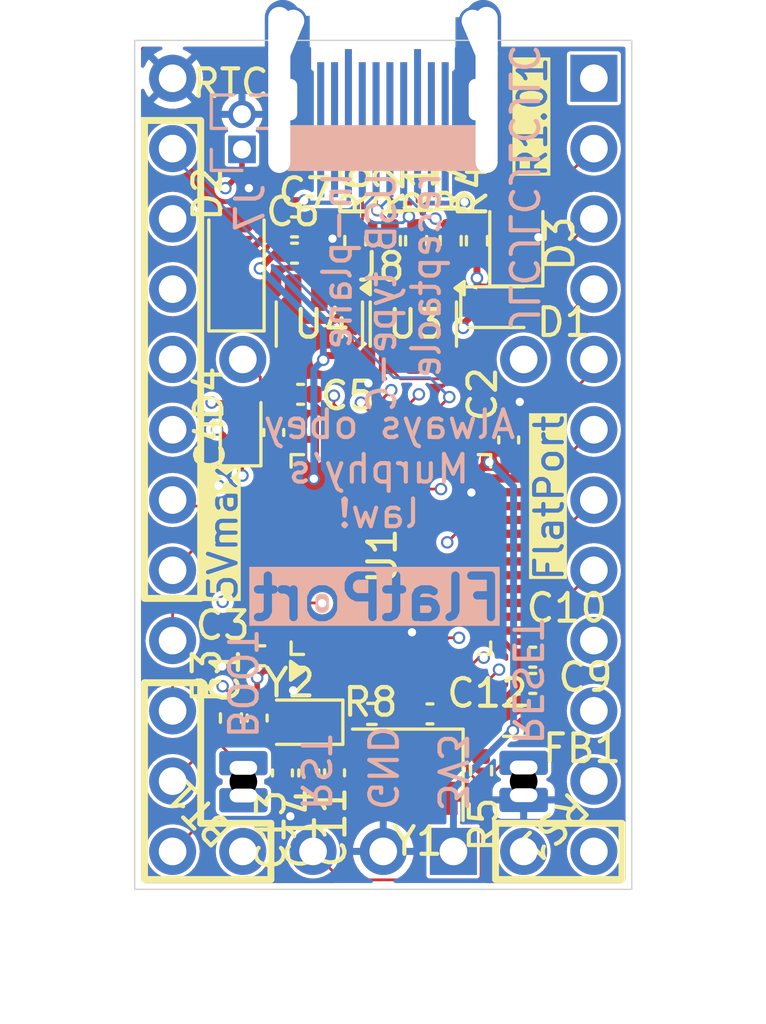
<source format=kicad_pcb>
(kicad_pcb (version 20240108) (generator "pcbnew") (generator_version "8.0")
  (layers (0 "F.Cu" signal) (1 "In1.Cu" power) (2 "In2.Cu" signal) (31 "B.Cu" power) (34 "B.Paste" user) (35 "F.Paste" user) (36 "B.SilkS" user "B.Silkscreen") (37 "F.SilkS" user "F.Silkscreen") (38 "B.Mask" user) (39 "F.Mask" user) (44 "Edge.Cuts" user))
  (net 0 "")
  (net 1 "GND")
  (net 2 "Net-(U4-BYP)")
  (net 3 "Net-(D2-K)")
  (net 4 "RTC_BAT")
  (net 5 "VBUS")
  (net 6 "Net-(D3-A)")
  (net 7 "USB_D+")
  (net 8 "USB_D-")
  (net 9 "Net-(U1-PD0)")
  (net 10 "/24")
  (net 11 "/2")
  (net 12 "/8")
  (net 13 "/1")
  (net 14 "/0")
  (net 15 "/9")
  (net 16 "/4")
  (net 17 "/7")
  (net 18 "/5")
  (net 19 "/6")
  (net 20 "/3")
  (net 21 "/12{slash}A0")
  (net 22 "/~{RESET}")
  (net 23 "/11")
  (net 24 "/10")
  (net 25 "/21{slash}B1")
  (net 26 "/19{slash}A7")
  (net 27 "/17{slash}A5")
  (net 28 "/14{slash}A2")
  (net 29 "/18{slash}A6")
  (net 30 "/16{slash}A4")
  (net 31 "/20{slash}B0")
  (net 32 "/13{slash}A1")
  (net 33 "/15{slash}A3")
  (net 34 "/25")
  (net 35 "Net-(R1-Pad2)")
  (net 36 "Net-(R2-Pad2)")
  (net 37 "/BOOT0")
  (net 38 "Net-(U1-PC13)")
  (net 39 "Net-(U1-PC14)")
  (net 40 "Net-(U1-PB11)")
  (net 43 "Net-(U1-PB12)")
  (net 46 "Net-(U1-PD1)")
  (net 48 "/22")
  (net 49 "/23")
  (net 50 "Net-(J8-CC1)")
  (net 51 "Net-(J8-CC2)")
  (net 52 "3V3")
  (net 53 "Net-(D1-K)")
  (net 54 "Net-(U1-VDDA)")
  (footprint "Capacitor_SMD:C_0402_1005Metric" (layer "F.Cu") (at 89.5 61.25)
    (property "Reference" "C7")
    (property "Value" "10uF")
  )
  (footprint "Crystal:Crystal_SMD_3225-4Pin_3.2x2.5mm" (layer "F.Cu") (at 93.6 81.05 180)
    (property "Reference" "Y1")
    (property "Value" "X32258MSB4SI")
  )
  (footprint "Capacitor_SMD:C_0402_1005Metric" (layer "F.Cu") (at 97.25 68.95 -90)
    (property "Reference" "C2")
    (property "Value" "100nF")
  )
  (footprint "Resistor_SMD:R_0402_1005Metric" (layer "F.Cu") (at 95.15 61.75 90)
    (property "Reference" "R7")
    (property "Value" "5k1")
  )
  (footprint "Capacitor_SMD:C_0402_1005Metric" (layer "F.Cu") (at 98.12 76.8)
    (property "Reference" "C10")
    (property "Value" "100nF")
  )
  (footprint "Diode_SMD:D_0603_1608Metric" (layer "F.Cu") (at 87.55 68.4 90)
    (property "Reference" "D4")
    (property "Value" "SD0603S040S0R2")
  )
  (footprint "Resistor_SMD:R_0402_1005Metric" (layer "F.Cu") (at 91.7 61.75 90)
    (property "Reference" "R6")
    (property "Value" "5k1")
  )
  (footprint "Capacitor_SMD:C_0402_1005Metric" (layer "F.Cu") (at 94.4 78.85)
    (property "Reference" "C12")
    (property "Value" "20pF")
  )
  (footprint "Capacitor_SMD:C_0402_1005Metric" (layer "F.Cu") (at 89.5 62.2)
    (property "Reference" "C6")
    (property "Value" "100nF")
  )
  (footprint "Diode_SMD:D_SOD-123" (layer "F.Cu") (at 87.4 62.65 90)
    (property "Reference" "D2")
    (property "Value" "MBR0520")
  )
  (footprint "Capacitor_SMD:C_0402_1005Metric" (layer "F.Cu") (at 98.12 77.75 180)
    (property "Reference" "C9")
    (property "Value" "10uF")
  )
  (footprint "Package_TO_SOT_SMD:SOT-23-6" (layer "F.Cu") (at 93.799999 64.7625 -90)
    (property "Reference" "U3")
    (property "Value" "USBLC6-2SC6")
  )
  (footprint "Capacitor_SMD:C_0402_1005Metric" (layer "F.Cu") (at 88.15 79 -90)
    (property "Reference" "C1")
    (property "Value" "100nF")
  )
  (footprint "Capacitor_SMD:C_0402_1005Metric" (layer "F.Cu") (at 90.014645 80.984645 90)
    (property "Reference" "C14")
    (property "Value" "10pF")
  )
  (footprint "Diode_SMD:D_0603_1608Metric" (layer "F.Cu") (at 97 64.15)
    (property "Reference" "D1")
    (property "Value" "SD0603S040S0R2")
  )
  (footprint "complex_keys2021:Switch_Hole_1.0mm" (layer "F.Cu") (at 97.79 81.288001 -90)
    (property "Reference" "RS1")
    (property "Value" "RESET")
  )
  (footprint "Resistor_SMD:R_0402_1005Metric" (layer "F.Cu") (at 93.9 61.75 -90)
    (property "Reference" "R1")
    (property "Value" "200")
  )
  (footprint "complex_keys2021:Switch_Hole_1.0mm" (layer "F.Cu") (at 87.65 81.3 90)
    (property "Reference" "BT1")
    (property "Value" "BOOT")
  )
  (footprint "Resistor_SMD:R_0402_1005Metric" (layer "F.Cu") (at 96.1 61.75 -90)
    (property "Reference" "R4")
    (property "Value" "1k")
  )
  (footprint "Package_TO_SOT_SMD:SOT-23-5" (layer "F.Cu") (at 90.399999 64.7625 -90)
    (property "Reference" "U4")
    (property "Value" "LD3985M33R_SOT23")
  )
  (footprint "Capacitor_SMD:C_0402_1005Metric" (layer "F.Cu") (at 89.72 67.3)
    (property "Reference" "C5")
    (property "Value" "10nF")
  )
  (footprint "Capacitor_SMD:C_0402_1005Metric" (layer "F.Cu") (at 90.95 80.98 90)
    (property "Reference" "C11")
    (property "Value" "20pF")
  )
  (footprint "complex_keys2021:TypeC_PCB_cutout" (layer "F.Cu") (at 92.7 57.5 180)
    (property "Reference" "J8")
    (property "Value" "USB_C_Receptacle_USB2.0_14P")
  )
  (footprint "Resistor_SMD:R_0402_1005Metric" (layer "F.Cu") (at 96.25 80.9 90)
    (property "Reference" "R5")
    (property "Value" "10k")
  )
  (footprint "Resistor_SMD:R_0402_1005Metric" (layer "F.Cu") (at 92.95 61.75 -90)
    (property "Reference" "R2")
    (property "Value" "200")
  )
  (footprint "Capacitor_SMD:C_0402_1005Metric" (layer "F.Cu") (at 88.75 68.68 90)
    (property "Reference" "C4")
    (property "Value" "100nF")
  )
  (footprint "Package_QFP:LQFP-48_7x7mm_P0.5mm" (layer "F.Cu") (at 92.9875 73.090124 90)
    (property "Reference" "U1")
    (property "Value" "STM32F103CBTx")
  )
  (footprint "Resistor_SMD:R_0402_1005Metric" (layer "F.Cu") (at 92.3 78.85 180)
    (property "Reference" "R8")
    (property "Value" "1M")
  )
  (footprint "Capacitor_SMD:C_0402_1005Metric" (layer "F.Cu") (at 88.317785 76.75 180)
    (property "Reference" "C3")
    (property "Value" "100nF")
  )
  (footprint "Capacitor_SMD:C_0402_1005Metric" (layer "F.Cu") (at 89.064645 80.984644 90)
    (property "Reference" "C13")
    (property "Value" "10pF")
  )
  (footprint "LED_SMD:LED_0805_2012Metric" (layer "F.Cu") (at 97.525 61.7 90)
    (property "Reference" "D3")
    (property "Value" "HSMA-C170")
  )
  (footprint "Resistor_SMD:R_0402_1005Metric" (layer "F.Cu") (at 87.2 79 90)
    (property "Reference" "R3")
    (property "Value" "10k")
  )
  (footprint "Inductor_SMD:L_0805_2012Metric" (layer "F.Cu") (at 97.4625 79.1 180)
    (property "Reference" "FB1")
    (property "Value" "SZ2012G102TF")
  )
  (footprint "Crystal:Crystal_SMD_2012-2Pin_2.0x1.2mm" (layer "F.Cu") (at 90.05 79.15 180)
    (property "Reference" "Y2")
    (property "Value" "X1A0000610006")
  )
  (footprint "Connector_PinHeader_2.54mm:PinHeader_1x11_P2.54mm_Vertical" (layer "B.Cu") (at 100.33 55.88 180)
    (property "Reference" "J5" (hide yes))
    (property "Value" "Conn_01x11_Pin")
  )
  (footprint "Connector_PinHeader_2.54mm:PinHeader_1x11_P2.54mm_Vertical" (layer "B.Cu") (at 85.09 55.88 180)
    (property "Reference" "J3" (hide yes))
    (property "Value" "Conn_01x11_Pin")
  )
  (footprint "Connector_PinHeader_2.54mm:PinHeader_1x07_P2.54mm_Vertical" (layer "B.Cu") (at 100.329999 83.82 90)
    (property "Reference" "J4" (hide yes))
    (property "Value" "Conn_01x07_Pin")
  )
  (footprint "Connector_PinHeader_2.54mm:PinHeader_1x01_P2.54mm_Vertical" (layer "B.Cu") (at 97.79 66.04 180)
    (property "Reference" "J6" (hide yes))
    (property "Value" "Conn_01x01_Pin")
  )
  (footprint "Connector_PinHeader_1.27mm:PinHeader_1x02_P1.27mm_Vertical" (layer "B.Cu") (at 87.6 58.45)
    (property "Reference" "J7")
    (property "Value" "Conn_01x01_Pin")
  )
  (footprint "Connector_PinHeader_2.54mm:PinHeader_1x01_P2.54mm_Vertical" (layer "B.Cu") (at 87.63 66.04 180)
    (property "Reference" "J2" (hide yes))
    (property "Value" "Conn_01x01_Pin")
  )
  (gr_rect (start 96.774 82.804) (end 101.346 84.836) (stroke (width 0.25)) (fill none) (layer "F.SilkS"))
  (gr_line (start 84.074 77.724) (end 86.106 77.724) (stroke (width 0.25)) (layer "F.SilkS"))
  (gr_line (start 86.106 77.724) (end 86.106 82.804) (stroke (width 0.25)) (layer "F.SilkS"))
  (gr_line (start 88.646 82.804) (end 88.646 84.836) (stroke (width 0.25)) (layer "F.SilkS"))
  (gr_line (start 88.646 84.836) (end 84.074 84.836) (stroke (width 0.25)) (layer "F.SilkS"))
  (gr_line (start 86.106 82.804) (end 88.646 82.804) (stroke (width 0.25)) (layer "F.SilkS"))
  (gr_rect (start 84.074 57.404) (end 86.106 74.676) (stroke (width 0.25)) (fill none) (layer "F.SilkS"))
  (gr_line (start 84.074 84.836) (end 84.074 77.724) (stroke (width 0.25)) (layer "F.SilkS"))
  (gr_rect (start 83.7184 54.5084) (end 101.7016 85.1916) (stroke (width 0.05)) (fill none) (layer "Edge.Cuts"))
  (gr_text "In-plane\nUSB type-C\nreceptacle" (at 94.85 59.2 90) (layer "B.SilkS") (effects (font (size 1 0.95)) (justify left bottom mirror)))
  (gr_text "JLCJLCJLCJLC" (at 97.775 59.8 270) (layer "B.SilkS") (effects (font (size 1 1)) (justify mirror)))
  (gr_text "3V3" (at 94.615 82.423 270) (layer "B.SilkS") (effects (font (size 1 1)) (justify left bottom mirror)))
  (gr_text "RESET\n" (at 97.325 80.05 270) (layer "B.SilkS") (effects (font (size 1 1)) (justify left bottom mirror)))
  (gr_text "RST" (at 89.662 82.423 270) (layer "B.SilkS") (effects (font (size 1 1)) (justify left bottom mirror)))
  (gr_text "Always obey \nMurphy's\nlaw!" (at 92.55 70 0) (layer "B.SilkS") (effects (font (size 1 1)) (justify mirror)))
  (gr_text "GND" (at 92.075 82.423 270) (layer "B.SilkS") (effects (font (size 1 1)) (justify left bottom mirror)))
  (gr_text "FlatPort" (at 92.5 75.55 0) (layer "B.SilkS" knockout) (effects (font (size 1.5 1.5) (thickness 0.3) (bold yes)) (justify bottom mirror)))
  (gr_text "BOOT" (at 87 79.825 270) (layer "B.SilkS") (effects (font (size 1 1)) (justify left bottom mirror)))
  (gr_text "R1.01" (at 98.7 59.55 90) (layer "F.SilkS" knockout) (effects (font (size 1 1)) (justify left bottom)))
  (gr_text "5Vmax" (at 87.5 74.875 90) (layer "F.SilkS" knockout) (effects (font (size 1 1)) (justify left bottom)))
  (gr_text "FlatPort" (at 99.3 71.05 90) (layer "F.SilkS" knockout) (effects (font (size 1 1)) (justify bottom)))
  (gr_text "RTC" (at 85.7 56.65 0) (layer "F.SilkS") (effects (font (size 1 1)) (justify left bottom)))
  (segment (start 90.7375 68.225598) (end 90.7375 68.927624) (width 0.25) (layer "F.Cu") (net 1))
  (segment (start 93.7375 77.252624) (end 93.7375 75.9125) (width 0.25) (layer "F.Cu") (net 1))
  (segment (start 93.7375 77.252624) (end 93.7375 78.0375) (width 0.25) (layer "F.Cu") (net 1))
  (segment (start 90.399999 63.049999) (end 90.399999 63.625) (width 0.25) (layer "F.Cu") (net 1))
  (segment (start 93.95 78.25) (end 93.95 78.82) (width 0.25) (layer "F.Cu") (net 1))
  (segment (start 89.98 62.63) (end 90.399999 63.049999) (width 0.25) (layer "F.Cu") (net 1))
  (segment (start 97.15 70.840124) (end 95.909876 70.840124) (width 0.25) (layer "F.Cu") (net 1))
  (segment (start 93.7375 75.9125) (end 93.75 75.9) (width 0.25) (layer "F.Cu") (net 1))
  (segment (start 95.909876 70.840124) (end 95.9 70.85) (width 0.25) (layer "F.Cu") (net 1))
  (segment (start 89.98 62.2) (end 89.98 62.63) (width 0.25) (layer "F.Cu") (net 1))
  (segment (start 93.7375 78.0375) (end 93.95 78.25) (width 0.25) (layer "F.Cu") (net 1))
  (segment (start 90.2 67.3) (end 90.2 67.688098) (width 0.25) (layer "F.Cu") (net 1))
  (segment (start 90.2 67.688098) (end 90.7375 68.225598) (width 0.25) (layer "F.Cu") (net 1))
  (via (at 86.888278 77.133883) (size 0.45) (drill 0.3) (layers "F.Cu" "B.Cu") (net 1))
  (via (at 90.875 61.675) (size 0.45) (drill 0.3) (layers "F.Cu" "B.Cu") (net 1))
  (via (at 92.175 66.902369) (size 0.45) (drill 0.3) (layers "F.Cu" "B.Cu") (net 1))
  (via (at 95.9 70.85) (size 0.45) (drill 0.3) (layers "F.Cu" "B.Cu") (net 1))
  (via (at 89.45 78) (size 0.45) (drill 0.3) (layers "F.Cu" "B.Cu") (net 1))
  (via (at 97.65 67.575) (size 0.45) (drill 0.3) (layers "F.Cu" "B.Cu") (net 1))
  (via (at 87.85 59.85) (size 0.45) (drill 0.3) (layers "F.Cu" "B.Cu") (net 1))
  (via (at 98.325 61.625) (size 0.45) (drill 0.3) (layers "F.Cu" "B.Cu") (net 1))
  (via (at 93.75 75.9) (size 0.45) (drill 0.3) (layers "F.Cu" "B.Cu") (net 1))
  (via (at 89.35 82.55) (size 0.45) (drill 0.3) (layers "F.Cu" "B.Cu") (net 1))
  (segment (start 89.24 66.11) (end 89.45 65.9) (width 0.2) (layer "F.Cu") (net 2))
  (segment (start 89.24 67.3) (end 89.24 66.11) (width 0.2) (layer "F.Cu") (net 2))
  (segment (start 89.45 63.625) (end 89.45 64.287499) (width 0.25) (layer "F.Cu") (net 3))
  (segment (start 89.2 61.27) (end 88.74 61.27) (width 0.25) (layer "F.Cu") (net 3))
  (segment (start 88.74 61.27) (end 87.4 62.61) (width 0.25) (layer "F.Cu") (net 3))
  (segment (start 89.45 64.287499) (end 89.792501 64.63) (width 0.25) (layer "F.Cu") (net 3))
  (segment (start 87.4 62.61) (end 87.4 64.3) (width 0.25) (layer "F.Cu") (net 3))
  (segment (start 90.94 64.63) (end 91.349998 64.220002) (width 0.25) (layer "F.Cu") (net 3))
  (segment (start 89.792501 64.63) (end 90.94 64.63) (width 0.25) (layer "F.Cu") (net 3))
  (segment (start 87.4 64.3) (end 88.775 64.3) (width 0.25) (layer "F.Cu") (net 3))
  (segment (start 88.775 64.3) (end 89.45 63.625) (width 0.25) (layer "F.Cu") (net 3))
  (segment (start 91.349998 64.220002) (end 91.349998 63.625) (width 0.25) (layer "F.Cu") (net 3))
  (segment (start 86.512499 67.612499) (end 86.5 67.6) (width 0.2) (layer "F.Cu") (net 4))
  (segment (start 87.55 67.612499) (end 86.512499 67.612499) (width 0.2) (layer "F.Cu") (net 4))
  (segment (start 87.6 59.25) (end 87 59.85) (width 0.2) (layer "F.Cu") (net 4))
  (segment (start 87.6 58.45) (end 87.6 59.25) (width 0.2) (layer "F.Cu") (net 4))
  (via (at 87 59.85) (size 0.45) (drill 0.3) (layers "F.Cu" "B.Cu") (net 4))
  (via (at 86.5 67.6) (size 0.45) (drill 0.3) (layers "F.Cu" "B.Cu") (net 4))
  (segment (start 93.96 57.5) (end 93.96 60.325) (width 0.15) (layer "F.Cu") (net 5))
  (segment (start 94.035 60.4) (end 95.6 60.4) (width 0.15) (layer "F.Cu") (net 5))
  (segment (start 91.408 60.377) (end 89.927 60.377) (width 0.15) (layer "F.Cu") (net 5))
  (segment (start 93.96 60.325) (end 94.035 60.4) (width 0.15) (layer "F.Cu") (net 5))
  (segment (start 89.927 60.377) (end 89.85 60.3) (width 0.15) (layer "F.Cu") (net 5))
  (segment (start 91.46 60.325) (end 91.408 60.377) (width 0.15) (layer "F.Cu") (net 5))
  (segment (start 88.142463 60.3) (end 89.85 60.3) (width 0.25) (layer "F.Cu") (net 5))
  (segment (start 95.6 60.4) (end 95.65 60.35) (width 0.15) (layer "F.Cu") (net 5))
  (segment (start 87.442463 61) (end 88.142463 60.3) (width 0.25) (layer "F.Cu") (net 5))
  (segment (start 91.46 57.5) (end 91.46 60.325) (width 0.15) (layer "F.Cu") (net 5))
  (segment (start 87.4 61) (end 87.442463 61) (width 0.25) (layer "F.Cu") (net 5))
  (via (at 95.65 60.35) (size 0.45) (drill 0.3) (layers "F.Cu" "B.Cu") (net 5))
  (via (at 89.85 60.3) (size 0.45) (drill 0.3) (layers "F.Cu" "B.Cu") (net 5))
  (segment (start 93.949999 60.183617) (end 94.143382 60.377) (width 0.15) (layer "B.Cu") (net 5))
  (segment (start 91.46 60.325) (end 91.408 60.377) (width 0.15) (layer "B.Cu") (net 5))
  (segment (start 91.408 60.377) (end 89.927 60.377) (width 0.15) (layer "B.Cu") (net 5))
  (segment (start 89.927 60.377) (end 89.85 60.3) (width 0.15) (layer "B.Cu") (net 5))
  (segment (start 91.46 57.5) (end 91.46 60.325) (width 0.15) (layer "B.Cu") (net 5))
  (segment (start 95.623 60.377) (end 95.65 60.35) (width 0.15) (layer "B.Cu") (net 5))
  (segment (start 94.143382 60.377) (end 95.623 60.377) (width 0.15) (layer "B.Cu") (net 5))
  (segment (start 93.949999 57.5) (end 93.949999 60.183617) (width 0.15) (layer "B.Cu") (net 5))
  (segment (start 97.525 60.762499) (end 96.577501 60.762499) (width 0.25) (layer "F.Cu") (net 6))
  (segment (start 96.577501 60.762499) (end 96.1 61.24) (width 0.25) (layer "F.Cu") (net 6))
  (segment (start 92.95 61.100008) (end 92.499992 60.65) (width 0.1) (layer "F.Cu") (net 7))
  (segment (start 92.46 60.610008) (end 92.499992 60.65) (width 0.1) (layer "F.Cu") (net 7))
  (segment (start 92.46 57.7375) (end 92.46 60.610008) (width 0.1) (layer "F.Cu") (net 7))
  (via (at 92.499992 60.65) (size 0.45) (drill 0.3) (layers "F.Cu" "B.Cu") (net 7))
  (segment (start 92.96 57.7375) (end 92.96 60.189992) (width 0.1) (layer "B.Cu") (net 7))
  (segment (start 92.96 60.189992) (end 92.499992 60.65) (width 0.1) (layer "B.Cu") (net 7))
  (segment (start 92.96 60.195665) (end 93.641073 60.876738) (width 0.1) (layer "F.Cu") (net 8))
  (segment (start 93.9 61.135665) (end 93.641073 60.876738) (width 0.1) (layer "F.Cu") (net 8))
  (segment (start 92.96 57.7375) (end 92.96 60.195665) (width 0.1) (layer "F.Cu") (net 8))
  (via (at 93.641073 60.876738) (size 0.45) (drill 0.3) (layers "F.Cu" "B.Cu") (net 8))
  (segment (start 92.05 60.46) (end 92.05 60.836397) (width 0.1) (layer "B.Cu") (net 8))
  (segment (start 92.05 60.836397) (end 92.313603 61.1) (width 0.1) (layer "B.Cu") (net 8))
  (segment (start 93.417811 61.1) (end 93.641073 60.876738) (width 0.1) (layer "B.Cu") (net 8))
  (segment (start 92.313603 61.1) (end 93.417811 61.1) (width 0.1) (layer "B.Cu") (net 8))
  (segment (start 92.46 60.05) (end 92.05 60.46) (width 0.1) (layer "B.Cu") (net 8))
  (segment (start 91.227 80.223) (end 91.227 79.413001) (width 0.1) (layer "F.Cu") (net 9))
  (segment (start 90.95 80.5) (end 91.227 80.223) (width 0.1) (layer "F.Cu") (net 9))
  (segment (start 91.1 80.5) (end 92.5 81.9) (width 0.1) (layer "F.Cu") (net 9))
  (segment (start 92.2375 77.252624) (end 92.2375 78.302501) (width 0.1) (layer "F.Cu") (net 9))
  (segment (start 91.227 79.413001) (end 91.790001 78.85) (width 0.1) (layer "F.Cu") (net 9))
  (segment (start 92.2375 78.302501) (end 91.790001 78.75) (width 0.1) (layer "F.Cu") (net 9))
  (segment (start 88.825 70.340124) (end 88.263 69.778124) (width 0.1) (layer "F.Cu") (net 10))
  (segment (start 88.263 69.778124) (end 88.263 66.673) (width 0.1) (layer "F.Cu") (net 10))
  (segment (start 88.263 66.673) (end 87.63 66.04) (width 0.1) (layer "F.Cu") (net 10))
  (segment (start 92.7375 67.4125) (end 93 67.15) (width 0.1) (layer "F.Cu") (net 11))
  (segment (start 92.7375 68.927624) (end 92.7375 67.4125) (width 0.1) (layer "F.Cu") (net 11))
  (via (at 93 67.15) (size 0.45) (drill 0.3) (layers "F.Cu" "B.Cu") (net 11))
  (segment (start 85.09 78.74) (end 85.09 77.652398) (width 0.1) (layer "F.Cu") (net 12))
  (segment (start 86.196 74.421577) (end 87.777453 72.840124) (width 0.1) (layer "F.Cu") (net 12))
  (segment (start 87.777453 72.840124) (end 88.825 72.840124) (width 0.1) (layer "F.Cu") (net 12))
  (segment (start 85.09 77.652398) (end 86.196 76.546398) (width 0.1) (layer "F.Cu") (net 12))
  (segment (start 86.196 76.546398) (end 86.196 74.421577) (width 0.1) (layer "F.Cu") (net 12))
  (segment (start 93.2375 68.927624) (end 93.2375 68.0625) (width 0.1) (layer "F.Cu") (net 13))
  (segment (start 93.2375 68.0625) (end 94 67.3) (width 0.1) (layer "F.Cu") (net 13))
  (via (at 94 67.3) (size 0.45) (drill 0.3) (layers "F.Cu" "B.Cu") (net 13))
  (segment (start 93.7375 68.190125) (end 94.002625 67.925) (width 0.1) (layer "F.Cu") (net 14))
  (segment (start 94.575 67.925) (end 95.1 67.4) (width 0.1) (layer "F.Cu") (net 14))
  (segment (start 94.002625 67.925) (end 94.575 67.925) (width 0.1) (layer "F.Cu") (net 14))
  (segment (start 93.7375 68.927624) (end 93.7375 68.190125) (width 0.1) (layer "F.Cu") (net 14))
  (via (at 95.1 67.4) (size 0.45) (drill 0.3) (layers "F.Cu" "B.Cu") (net 14))
  (segment (start 94.4 66.7) (end 95.1 67.4) (width 0.1) (layer "B.Cu") (net 14))
  (segment (start 85.09 58.69) (end 93.1 66.7) (width 0.1) (layer "B.Cu") (net 14))
  (segment (start 85.09 58.42) (end 85.09 58.69) (width 0.1) (layer "B.Cu") (net 14))
  (segment (start 93.1 66.7) (end 94.4 66.7) (width 0.1) (layer "B.Cu") (net 14))
  (segment (start 86.423 76.640424) (end 86.423 74.515603) (width 0.1) (layer "F.Cu") (net 15))
  (segment (start 86.2 80.17) (end 86.2 76.863424) (width 0.1) (layer "F.Cu") (net 15))
  (segment (start 86.423 74.515603) (end 87.598479 73.340124) (width 0.1) (layer "F.Cu") (net 15))
  (segment (start 87.598479 73.340124) (end 88.825 73.340124) (width 0.1) (layer "F.Cu") (net 15))
  (segment (start 86.2 76.863424) (end 86.423 76.640424) (width 0.1) (layer "F.Cu") (net 15))
  (segment (start 85.09 81.28) (end 86.2 80.17) (width 0.1) (layer "F.Cu") (net 15))
  (segment (start 91.5605 68.013124) (end 91.278197 68.013124) (width 0.1) (layer "F.Cu") (net 16))
  (segment (start 90.925 67.659927) (end 90.925 67.350002) (width 0.1) (layer "F.Cu") (net 16))
  (segment (start 91.737501 68.927624) (end 91.737501 68.190125) (width 0.1) (layer "F.Cu") (net 16))
  (segment (start 91.737501 68.190125) (end 91.5605 68.013124) (width 0.1) (layer "F.Cu") (net 16))
  (segment (start 91.278197 68.013124) (end 90.925 67.659927) (width 0.1) (layer "F.Cu") (net 16))
  (via (at 90.925 67.350002) (size 0.45) (drill 0.3) (layers "F.Cu" "B.Cu") (net 16))
  (segment (start 85.09 75.206556) (end 87.956432 72.340124) (width 0.1) (layer "F.Cu") (net 17))
  (segment (start 87.956432 72.340124) (end 88.825 72.340124) (width 0.1) (layer "F.Cu") (net 17))
  (segment (start 85.09 76.2) (end 85.09 75.206556) (width 0.1) (layer "F.Cu") (net 17))
  (segment (start 85.310124 71.340124) (end 88.825 71.340124) (width 0.1) (layer "F.Cu") (net 18))
  (segment (start 85.09 73.66) (end 86.909875 71.840125) (width 0.1) (layer "F.Cu") (net 19))
  (segment (start 86.909875 71.840125) (end 88.825 71.840125) (width 0.1) (layer "F.Cu") (net 19))
  (segment (start 92.2375 67.9375) (end 91.9 67.6) (width 0.1) (layer "F.Cu") (net 20))
  (segment (start 92.2375 68.927624) (end 92.2375 67.9375) (width 0.1) (layer "F.Cu") (net 20))
  (via (at 91.9 67.6) (size 0.45) (drill 0.3) (layers "F.Cu" "B.Cu") (net 20))
  (segment (start 95.075 76.1) (end 95.45 76.1) (width 0.1) (layer "F.Cu") (net 21))
  (segment (start 94.7375 76.4375) (end 95.075 76.1) (width 0.1) (layer "F.Cu") (net 21))
  (segment (start 94.7375 77.252624) (end 94.7375 76.4375) (width 0.1) (layer "F.Cu") (net 21))
  (via (at 95.45 76.1) (size 0.45) (drill 0.3) (layers "F.Cu" "B.Cu") (net 21))
  (segment (start 94.2 79.35) (end 94.423 79.127) (width 0.1) (layer "F.Cu") (net 22))
  (segment (start 93.35 79.15) (end 93.55 79.35) (width 0.1) (layer "F.Cu") (net 22))
  (segment (start 94.423 78.544814) (end 94.604814 78.363) (width 0.1) (layer "F.Cu") (net 22))
  (segment (start 96.25 84.75) (end 96.153 84.847) (width 0.1) (layer "F.Cu") (net 22))
  (segment (start 93.55 79.35) (end 94.2 79.35) (width 0.1) (layer "F.Cu") (net 22))
  (segment (start 96.277 81.436999) (end 96.25 81.463999) (width 0.1) (layer "F.Cu") (net 22))
  (segment (start 94.423 79.127) (end 94.423 78.544814) (width 0.1) (layer "F.Cu") (net 22))
  (segment (start 93.35 78.2625) (end 93.35 79.15) (width 0.1) (layer "F.Cu") (net 22))
  (segment (start 95.75 80.909999) (end 96.25 81.409999) (width 0.1) (layer "F.Cu") (net 22))
  (segment (start 94.604814 78.363) (end 95.155186 78.363) (width 0.1) (layer "F.Cu") (net 22))
  (segment (start 95.75 78.957814) (end 95.75 80.909999) (width 0.1) (layer "F.Cu") (net 22))
  (segment (start 96.25 81.409999) (end 97.171998 80.488001) (width 0.1) (layer "F.Cu") (net 22))
  (segment (start 91.196999 84.847) (end 90.169999 83.82) (width 0.1) (layer "F.Cu") (net 22))
  (segment (start 95.155186 78.363) (end 95.75 78.957814) (width 0.1) (layer "F.Cu") (net 22))
  (segment (start 93.2375 78.15) (end 93.35 78.2625) (width 0.1) (layer "F.Cu") (net 22))
  (segment (start 96.25 81.463999) (end 96.25 84.75) (width 0.1) (layer "F.Cu") (net 22))
  (segment (start 96.153 84.847) (end 91.196999 84.847) (width 0.1) (layer "F.Cu") (net 22))
  (segment (start 93.2375 78.15) (end 93.2375 77.252624) (width 0.1) (layer "F.Cu") (net 22))
  (segment (start 86.65 76.73445) (end 86.65 75.777624) (width 0.1) (layer "F.Cu") (net 23))
  (segment (start 86.427 76.95745) (end 86.65 76.73445) (width 0.1) (layer "F.Cu") (net 23))
  (segment (start 85.089999 83.82) (end 86.427 82.482999) (width 0.1) (layer "F.Cu") (net 23))
  (segment (start 86.65 75.777624) (end 88.087501 74.340123) (width 0.1) (layer "F.Cu") (net 23))
  (segment (start 88.087501 74.340123) (end 88.825 74.340123) (width 0.1) (layer "F.Cu") (net 23))
  (segment (start 86.427 82.482999) (end 86.427 76.95745) (width 0.1) (layer "F.Cu") (net 23))
  (segment (start 88.825 74.840124) (end 90.490124 74.840124) (width 0.1) (layer "F.Cu") (net 24))
  (segment (start 90.490124 74.840124) (end 90.5 74.85) (width 0.1) (layer "F.Cu") (net 24))
  (via (at 90.5 74.85) (size 0.45) (drill 0.3) (layers "F.Cu" "B.Cu") (net 24))
  (segment (start 98.817 66.969922) (end 98.219 67.567922) (width 0.1) (layer "F.Cu") (net 25))
  (segment (start 97.887499 72.840124) (end 97.15 72.840124) (width 0.1) (layer "F.Cu") (net 25))
  (segment (start 98.817 59.933) (end 98.817 66.969922) (width 0.1) (layer "F.Cu") (net 25))
  (segment (start 98.219 72.508623) (end 97.887499 72.840124) (width 0.1) (layer "F.Cu") (net 25))
  (segment (start 98.219 67.567922) (end 98.219 72.508623) (width 0.1) (layer "F.Cu") (net 25))
  (segment (start 100.33 58.42) (end 98.817 59.933) (width 0.1) (layer "F.Cu") (net 25))
  (segment (start 99.273 67.155974) (end 98.673 67.755974) (width 0.1) (layer "F.Cu") (net 26))
  (segment (start 100.33 63.5) (end 99.273 64.557) (width 0.1) (layer "F.Cu") (net 26))
  (segment (start 98.673 72.913923) (end 97.746799 73.840124) (width 0.1) (layer "F.Cu") (net 26))
  (segment (start 98.673 67.755974) (end 98.673 72.913923) (width 0.1) (layer "F.Cu") (net 26))
  (segment (start 99.273 64.557) (end 99.273 67.155974) (width 0.1) (layer "F.Cu") (net 26))
  (segment (start 99.173001 69.736999) (end 99.173001 73.055973) (width 0.1) (layer "F.Cu") (net 27))
  (segment (start 97.887499 74.840124) (end 97.15 74.840124) (width 0.1) (layer "F.Cu") (net 27))
  (segment (start 99.023 73.704623) (end 97.887499 74.840124) (width 0.1) (layer "F.Cu") (net 27))
  (segment (start 99.173001 73.055973) (end 99.023 73.205974) (width 0.1) (layer "F.Cu") (net 27))
  (segment (start 100.33 68.58) (end 99.173001 69.736999) (width 0.1) (layer "F.Cu") (net 27))
  (segment (start 99.023 73.205974) (end 99.023 73.704623) (width 0.1) (layer "F.Cu") (net 27))
  (segment (start 96.169884 76.82024) (end 96.347451 76.82024) (width 0.1) (layer "F.Cu") (net 28))
  (segment (start 95.7375 77.252624) (end 96.169884 76.82024) (width 0.1) (layer "F.Cu") (net 28))
  (via (at 96.347451 76.82024) (size 0.45) (drill 0.3) (layers "F.Cu" "B.Cu") (net 28))
  (segment (start 98.9 73.007948) (end 98.9 67.85) (width 0.1) (layer "F.Cu") (net 29))
  (segment (start 98.796001 73.111947) (end 98.9 73.007948) (width 0.1) (layer "F.Cu") (net 29))
  (segment (start 98.9 67.85) (end 100.33 66.42) (width 0.1) (layer "F.Cu") (net 29))
  (segment (start 98.796001 73.431621) (end 98.796001 73.111947) (width 0.1) (layer "F.Cu") (net 29))
  (segment (start 97.15 74.340123) (end 97.887499 74.340123) (width 0.1) (layer "F.Cu") (net 29))
  (segment (start 97.887499 74.340123) (end 98.796001 73.431621) (width 0.1) (layer "F.Cu") (net 29))
  (segment (start 99.25 73.3) (end 99.25 74) (width 0.1) (layer "F.Cu") (net 30))
  (segment (start 97.909876 75.340124) (end 97.15 75.340124) (width 0.1) (layer "F.Cu") (net 30))
  (segment (start 99.48 73.07) (end 99.25 73.3) (width 0.1) (layer "F.Cu") (net 30))
  (segment (start 99.48 71.97) (end 99.48 73.07) (width 0.1) (layer "F.Cu") (net 30))
  (segment (start 99.25 74) (end 97.909876 75.340124) (width 0.1) (layer "F.Cu") (net 30))
  (segment (start 100.33 71.12) (end 99.48 71.97) (width 0.1) (layer "F.Cu") (net 30))
  (segment (start 97.887499 73.340124) (end 97.15 73.340124) (width 0.1) (layer "F.Cu") (net 31))
  (segment (start 98.446 67.661948) (end 98.446 72.781623) (width 0.1) (layer "F.Cu") (net 31))
  (segment (start 99.046 62.243999) (end 99.046 67.061948) (width 0.1) (layer "F.Cu") (net 31))
  (segment (start 99.046 67.061948) (end 98.446 67.661948) (width 0.1) (layer "F.Cu") (net 31))
  (segment (start 100.33 60.959999) (end 99.046 62.243999) (width 0.1) (layer "F.Cu") (net 31))
  (segment (start 98.446 72.781623) (end 97.887499 73.340124) (width 0.1) (layer "F.Cu") (net 31))
  (segment (start 95.2375 77.252624) (end 95.2375 77.990123) (width 0.1) (layer "F.Cu") (net 32))
  (segment (start 95.982876 78.167124) (end 96.9 77.25) (width 0.1) (layer "F.Cu") (net 32))
  (segment (start 95.414501 78.167124) (end 95.982876 78.167124) (width 0.1) (layer "F.Cu") (net 32))
  (segment (start 95.2375 77.990123) (end 95.414501 78.167124) (width 0.1) (layer "F.Cu") (net 32))
  (via (at 96.9 77.25) (size 0.45) (drill 0.3) (layers "F.Cu" "B.Cu") (net 32))
  (segment (start 98.149877 75.840124) (end 97.15 75.840124) (width 0.1) (layer "F.Cu") (net 33))
  (segment (start 100.33 73.660001) (end 98.149877 75.840124) (width 0.1) (layer "F.Cu") (net 33))
  (segment (start 91.2375 68.927624) (end 91.2375 69.665123) (width 0.1) (layer "F.Cu") (net 34))
  (segment (start 91.2375 69.665123) (end 92.297377 70.725) (width 0.1) (layer "F.Cu") (net 34))
  (segment (start 92.297377 70.725) (end 94.8 70.725) (width 0.1) (layer "F.Cu") (net 34))
  (via (at 94.8 70.725) (size 0.45) (drill 0.3) (layers "F.Cu" "B.Cu") (net 34))
  (segment (start 93.9 62.26) (end 94.749998 63.109998) (width 0.1) (layer "F.Cu") (net 35))
  (segment (start 92.95 62.26) (end 92.95 63.525) (width 0.1) (layer "F.Cu") (net 36))
  (segment (start 87.2 78.49) (end 87.2 78.15) (width 0.1) (layer "F.Cu") (net 37))
  (segment (start 87.861876 73.840124) (end 86.902 74.8) (width 0.1) (layer "F.Cu") (net 37))
  (segment (start 86.7 78.99) (end 86.7 79.850001) (width 0.1) (layer "F.Cu") (net 37))
  (segment (start 88.825 73.840124) (end 87.861876 73.840124) (width 0.1) (layer "F.Cu") (net 37))
  (segment (start 86.7 79.850001) (end 87.349999 80.5) (width 0.1) (layer "F.Cu") (net 37))
  (segment (start 87.2 78.49) (end 86.7 78.99) (width 0.1) (layer "F.Cu") (net 37))
  (segment (start 87.2 78.15) (end 86.9 77.85) (width 0.1) (layer "F.Cu") (net 37))
  (via (at 86.902 74.8) (size 0.45) (drill 0.3) (layers "F.Cu" "B.Cu") (net 37))
  (via (at 86.9 77.85) (size 0.45) (drill 0.3) (layers "F.Cu" "B.Cu") (net 37))
  (segment (start 90.7375 77.990123) (end 89.577623 79.15) (width 0.1) (layer "F.Cu") (net 38))
  (segment (start 89.35 79.15) (end 89.35 80.219289) (width 0.1) (layer "F.Cu") (net 38))
  (segment (start 90.7375 77.252624) (end 90.7375 77.990123) (width 0.1) (layer "F.Cu") (net 38))
  (segment (start 89.35 80.219289) (end 89.064645 80.504644) (width 0.1) (layer "F.Cu") (net 38))
  (segment (start 91.2375 77.252624) (end 91.2375 78.6625) (width 0.1) (layer "F.Cu") (net 39))
  (segment (start 91.2375 78.6625) (end 90.75 79.15) (width 0.1) (layer "F.Cu") (net 39))
  (segment (start 90.014645 79.885355) (end 90.014645 80.504645) (width 0.1) (layer "F.Cu") (net 39))
  (segment (start 90.75 79.15) (end 90.014645 79.885355) (width 0.1) (layer "F.Cu") (net 39))
  (segment (start 95.4 70.361084) (end 96.0645 69.696584) (width 0.1) (layer "F.Cu") (net 40))
  (segment (start 96.752 66.738511) (end 95.913489 65.9) (width 0.1) (layer "F.Cu") (net 40))
  (segment (start 95.4 70.986397) (end 95.4 70.361084) (width 0.1) (layer "F.Cu") (net 40))
  (segment (start 96.0645 69.696584) (end 96.0645 68.92165) (width 0.1) (layer "F.Cu") (net 40))
  (segment (start 96.0645 68.92165) (end 96.752 68.23415) (width 0.1) (layer "F.Cu") (net 40))
  (segment (start 95.753727 71.340124) (end 95.4 70.986397) (width 0.1) (layer "F.Cu") (net 40))
  (segment (start 95.913489 65.9) (end 94.749998 65.9) (width 0.1) (layer "F.Cu") (net 40))
  (segment (start 96.752 68.23415) (end 96.752 66.738511) (width 0.1) (layer "F.Cu") (net 40))
  (segment (start 97.15 71.340124) (end 95.753727 71.340124) (width 0.1) (layer "F.Cu") (net 40))
  (segment (start 95.168037 66.7395) (end 93.331963 66.7395) (width 0.1) (layer "F.Cu") (net 43))
  (segment (start 96.525 66.832537) (end 96.017463 66.325) (width 0.1) (layer "F.Cu") (net 43))
  (segment (start 96.525 68.140124) (end 96.525 66.832537) (width 0.1) (layer "F.Cu") (net 43))
  (segment (start 96.017463 66.325) (end 95.582537 66.325) (width 0.1) (layer "F.Cu") (net 43))
  (segment (start 95.7375 68.927624) (end 96.525 68.140124) (width 0.1) (layer "F.Cu") (net 43))
  (segment (start 93.331963 66.7395) (end 92.85 66.257537) (width 0.1) (layer "F.Cu") (net 43))
  (segment (start 95.582537 66.325) (end 95.168037 66.7395) (width 0.1) (layer "F.Cu") (net 43))
  (segment (start 92.809999 78.931025) (end 93.978974 80.1) (width 0.1) (layer "F.Cu") (net 46))
  (segment (start 93.978974 80.1) (end 94.55 80.1) (width 0.1) (layer "F.Cu") (net 46))
  (segment (start 94.88 78.85) (end 94.88 79.77) (width 0.1) (layer "F.Cu") (net 46))
  (segment (start 92.7375 78.6375) (end 92.7375 77.252624) (width 0.1) (layer "F.Cu") (net 46))
  (segment (start 88.825 70.840124) (end 86.990124 70.840124) (width 0.1) (layer "F.Cu") (net 48))
  (segment (start 86.990124 70.840124) (end 86.75 70.6) (width 0.1) (layer "F.Cu") (net 48))
  (via (at 86.75 70.6) (size 0.45) (drill 0.3) (layers "F.Cu" "B.Cu") (net 48))
  (segment (start 97.15 71.840125) (end 95.834875 71.840125) (width 0.1) (layer "F.Cu") (net 49))
  (segment (start 95.834875 71.840125) (end 95.025 72.65) (width 0.1) (layer "F.Cu") (net 49))
  (via (at 95.025 72.65) (size 0.45) (drill 0.3) (layers "F.Cu" "B.Cu") (net 49))
  (segment (start 91.96 60.98) (end 91.75 61.19) (width 0.1) (layer "F.Cu") (net 50))
  (segment (start 91.96 57.7375) (end 91.96 60.98) (width 0.1) (layer "F.Cu") (net 50))
  (segment (start 94.89 61.24) (end 94.6 60.95) (width 0.1) (layer "F.Cu") (net 51))
  (segment (start 95.15 61.24) (end 94.89 61.24) (width 0.1) (layer "F.Cu") (net 51))
  (via (at 94.6 60.95) (size 0.45) (drill 0.3) (layers "F.Cu" "B.Cu") (net 51))
  (segment (start 94.36 60.95) (end 94.6 60.95) (width 0.1) (layer "B.Cu") (net 51))
  (segment (start 93.46 60.05) (end 94.36 60.95) (width 0.1) (layer "B.Cu") (net 51))
  (segment (start 92.264498 64.9855) (end 91.349998 65.9) (width 0.25) (layer "F.Cu") (net 52))
  (segment (start 93.799999 65.614829) (end 93.17067 64.9855) (width 0.25) (layer "F.Cu") (net 52))
  (segment (start 88.8 62.2) (end 88.25 62.75) (width 0.25) (layer "F.Cu") (net 52))
  (segment (start 96.1 62.26) (end 96.1 63.3) (width 0.25) (layer "F.Cu") (net 52))
  (segment (start 91.349998 65.9) (end 90.693442 65.9) (width 0.25) (layer "F.Cu") (net 52))
  (segment (start 89.02 62.2) (end 88.8 62.2) (width 0.25) (layer "F.Cu") (net 52))
  (segment (start 93.17067 64.9855) (end 92.264498 64.9855) (width 0.25) (layer "F.Cu") (net 52))
  (segment (start 97.4 79.45) (end 97.4 79.40888) (width 0.25) (layer "F.Cu") (net 52))
  (segment (start 96.1 63.3) (end 96.223 63.423) (width 0.25) (layer "F.Cu") (net 52))
  (segment (start 90.693442 65.9) (end 90.540315 66.053127) (width 0.25) (layer "F.Cu") (net 52))
  (segment (start 97.70888 79.1) (end 98.525 79.1) (width 0.25) (layer "F.Cu") (net 52))
  (segment (start 96.223 63.423) (end 97.060501 63.423) (width 0.25) (layer "F.Cu") (net 52))
  (segment (start 97.4 79.40888) (end 97.70888 79.1) (width 0.25) (layer "F.Cu") (net 52))
  (segment (start 93.799999 65.9) (end 93.799999 65.614829) (width 0.25) (layer "F.Cu") (net 52))
  (segment (start 97.35888 79.45) (end 97.4 79.45) (width 0.25) (layer "F.Cu") (net 52))
  (segment (start 96.418879 80.390001) (end 97.35888 79.45) (width 0.25) (layer "F.Cu") (net 52))
  (segment (start 97.060501 63.423) (end 97.787501 64.15) (width 0.25) (layer "F.Cu") (net 52))
  (via (at 88.25 62.75) (size 0.45) (drill 0.3) (layers "F.Cu" "B.Cu") (net 52))
  (via (at 96.099992 63.100008) (size 0.45) (drill 0.3) (layers "F.Cu" "B.Cu") (net 52))
  (via (at 97.4 79.45) (size 0.45) (drill 0.3) (layers "F.Cu" "B.Cu") (net 52))
  (via (at 96.55 69.75) (size 0.45) (drill 0.3) (layers "F.Cu" "B.Cu") (net 52))
  (via (at 90.2 70.35) (size 0.45) (drill 0.3) (layers "F.Cu" "B.Cu") (net 52))
  (via (at 90.540315 66.053127) (size 0.45) (drill 0.3) (layers "F.Cu" "B.Cu") (net 52))
  (segment (start 95.25 81.55888) (end 97.35888 79.45) (width 0.25) (layer "B.Cu") (net 52))
  (segment (start 90.540315 66.053127) (end 90.540315 65.040315) (width 0.25) (layer "B.Cu") (net 52))
  (segment (start 97.425 79.425) (end 97.425 70.625) (width 0.25) (layer "B.Cu") (net 52))
  (segment (start 90.2 70.35) (end 90.2 66.393442) (width 0.25) (layer "B.Cu") (net 52))
  (segment (start 97.4 79.45) (end 97.425 79.425) (width 0.25) (layer "B.Cu") (net 52))
  (segment (start 90.540315 65.040315) (end 88.25 62.75) (width 0.25) (layer "B.Cu") (net 52))
  (segment (start 97.425 70.625) (end 96.55 69.75) (width 0.25) (layer "B.Cu") (net 52))
  (segment (start 97.35888 79.45) (end 97.4 79.45) (width 0.25) (layer "B.Cu") (net 52))
  (segment (start 90.2 66.393442) (end 90.540315 66.053127) (width 0.25) (layer "B.Cu") (net 52))
  (segment (start 95.25 83.82) (end 95.25 81.55888) (width 0.25) (layer "B.Cu") (net 52))
  (segment (start 87.3125 69.187501) (end 86.699998 68.574999) (width 0.25) (layer "F.Cu") (net 53))
  (segment (start 88.399998 77.3) (end 88.149999 77.549999) (width 0.2) (layer "F.Cu") (net 53))
  (segment (start 87.55 69.187501) (end 87.3125 69.187501) (width 0.25) (layer "F.Cu") (net 53))
  (segment (start 96.212499 64.15) (end 95.6 64.762499) (width 0.25) (layer "F.Cu") (net 53))
  (segment (start 88.15 77.55) (end 88.149999 77.549999) (width 0.2) (layer "F.Cu") (net 53))
  (segment (start 90.2375 77.252624) (end 90.190124 77.3) (width 0.2) (layer "F.Cu") (net 53))
  (segment (start 88.15 78.52) (end 88.15 77.55) (width 0.2) (layer "F.Cu") (net 53))
  (segment (start 87.55 70.170603) (end 87.616899 70.237502) (width 0.25) (layer "F.Cu") (net 53))
  (segment (start 87.55 69.187501) (end 87.55 70.170603) (width 0.25) (layer "F.Cu") (net 53))
  (segment (start 90.190124 77.3) (end 88.399998 77.3) (width 0.2) (layer "F.Cu") (net 53))
  (segment (start 95.6 64.762499) (end 95.6 64.9) (width 0.25) (layer "F.Cu") (net 53))
  (via (at 86.699998 68.574999) (size 0.45) (drill 0.3) (layers "F.Cu" "B.Cu") (net 53))
  (via (at 95.6 64.9) (size 0.45) (drill 0.3) (layers "F.Cu" "B.Cu") (net 53))
  (via (at 87.616899 70.237502) (size 0.45) (drill 0.3) (layers "F.Cu" "B.Cu") (net 53))
  (via (at 88.149999 77.549999) (size 0.45) (drill 0.3) (layers "F.Cu" "B.Cu") (net 53))
  (segment (start 95.211827 75.525) (end 95.668206 75.525) (width 0.2) (layer "F.Cu") (net 54))
  (segment (start 94.237499 76.499328) (end 94.237499 77.252624) (width 0.2) (layer "F.Cu") (net 54))
  (segment (start 96.4 78.99) (end 97.64 77.75) (width 0.2) (layer "F.Cu") (net 54))
  (segment (start 97.113 76.273) (end 97.64 76.8) (width 0.2) (layer "F.Cu") (net 54))
  (segment (start 94.237499 76.499328) (end 95.211827 75.525) (width 0.2) (layer "F.Cu") (net 54))
  (segment (start 96.416206 76.273) (end 97.113 76.273) (width 0.2) (layer "F.Cu") (net 54))
  (segment (start 95.668206 75.525) (end 96.416206 76.273) (width 0.2) (layer "F.Cu") (net 54))
  (segment (start 97.64 76.8) (end 97.64 77.75) (width 0.2) (layer "F.Cu") (net 54))
  (zone (net 1) (net_name "GND") (layer "F.Cu") (priority 2) (connect_pads (clearance 0.127)) (min_thickness 0.127) (fill yes (thermal_gap 0.25) (thermal_bridge_width 0.25) (island_removal_mode 1) (island_area_min 10))
    (polygon (pts (xy 83.947 54.737) (xy 101.346 54.737) (xy 101.473 54.864) (xy 101.473 84.836) (xy 101.346 84.963) (xy 84.074 84.963) (xy 83.947 84.836)))
  )
  (zone (net 52) (net_name "3V3") (layer "F.Cu") (priority 3) (connect_pads (clearance 0.127)) (min_thickness 0.1) (fill yes (thermal_gap 0.125) (thermal_bridge_width 0.25) (island_removal_mode 1) (island_area_min 10))
    (polygon (pts (xy 88.597785 76.786845) (xy 88.597785 68.689952) (xy 96.62648 68.689952) (xy 97.412858 69.47633) (xy 97.412858 75.574642) (xy 95.5375 77.45) (xy 89.26094 77.45)))
  )
  (zone (net 0) (net_name "") (layers "F&B.Cu") (connect_pads (clearance 0)) (min_thickness 0.125)
    (keepout (tracks allowed) (vias allowed) (pads allowed) (copperpour not_allowed) (footprints allowed))
    (fill (thermal_gap 0.125) (thermal_bridge_width 0.25) (island_removal_mode 1) (island_area_min 10))
    (polygon (pts (xy 90.1 54.5) (xy 95.3 54.5) (xy 95.3 55.55) (xy 95.25 55.6) (xy 90.15 55.6) (xy 90.1 55.55)))
  )
  (zone (net 1) (net_name "GND") (layer "B.Cu") (priority 1) (connect_pads (clearance 0.127)) (min_thickness 0.127) (fill yes (thermal_gap 0.25) (thermal_bridge_width 0.25) (island_removal_mode 1) (island_area_min 10))
    (polygon (pts (xy 101.473 54.737) (xy 84.074 54.737) (xy 83.947 54.864) (xy 83.947 84.836) (xy 84.074 84.963) (xy 101.346 84.963) (xy 101.473 84.836)))
  )
)
</source>
